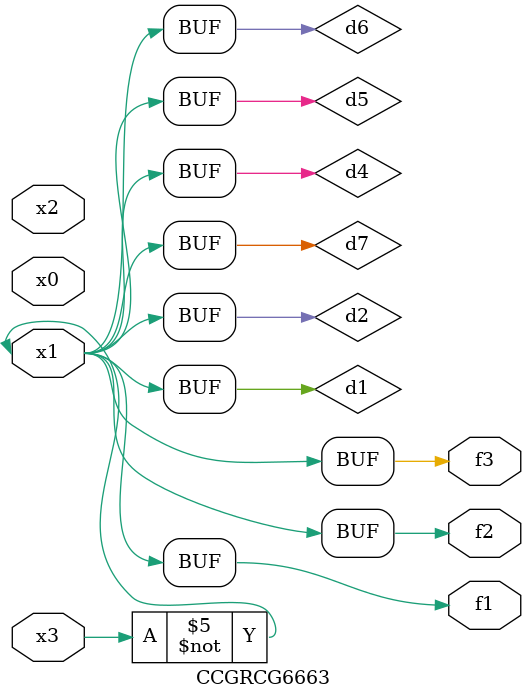
<source format=v>
module CCGRCG6663(
	input x0, x1, x2, x3,
	output f1, f2, f3
);

	wire d1, d2, d3, d4, d5, d6, d7;

	not (d1, x3);
	buf (d2, x1);
	xnor (d3, d1, d2);
	nor (d4, d1);
	buf (d5, d1, d2);
	buf (d6, d4, d5);
	nand (d7, d4);
	assign f1 = d6;
	assign f2 = d7;
	assign f3 = d6;
endmodule

</source>
